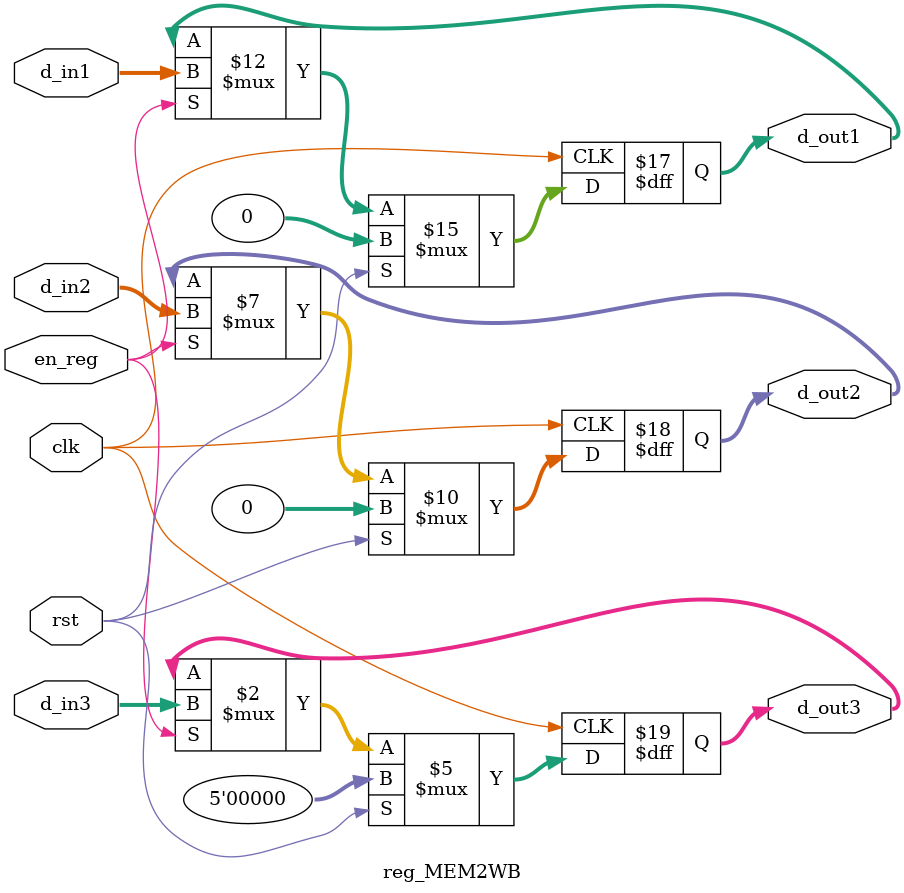
<source format=v>
module reg_MEM2WB ( clk, rst, en_reg, d_in1, d_in2, d_in3, d_out1, d_out2, d_out3);
    input clk, rst, en_reg;
    input [31:0] d_in1, d_in2;
	input [4:0] d_in3;
    output reg [31:0] d_out1, d_out2; 
	output reg [4:0] d_out3;
	
    always @( posedge clk ) begin
        if ( rst ) begin
			d_out1 <= 32'b0;
			d_out2 <= 32'b0;
			d_out3 <= 4'b0;
		end	
        else if ( en_reg ) begin
			d_out1 <= d_in1;
			d_out2 <= d_in2;
			d_out3 <= d_in3;
		end	
    end

endmodule
</source>
